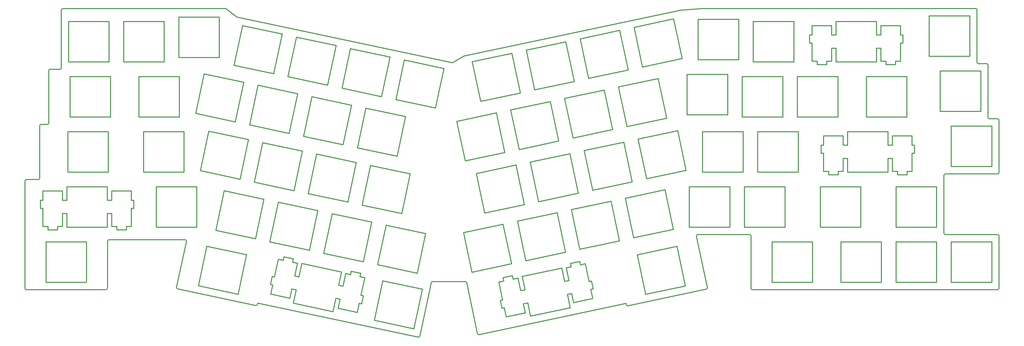
<source format=gbr>
%TF.GenerationSoftware,KiCad,Pcbnew,(6.0.1)*%
%TF.CreationDate,2022-05-08T22:21:04+09:00*%
%TF.ProjectId,skeleton68-plate,736b656c-6574-46f6-9e36-382d706c6174,rev?*%
%TF.SameCoordinates,Original*%
%TF.FileFunction,Profile,NP*%
%FSLAX46Y46*%
G04 Gerber Fmt 4.6, Leading zero omitted, Abs format (unit mm)*
G04 Created by KiCad (PCBNEW (6.0.1)) date 2022-05-08 22:21:04*
%MOMM*%
%LPD*%
G01*
G04 APERTURE LIST*
%TA.AperFunction,Profile*%
%ADD10C,0.350000*%
%TD*%
%ADD11C,0.350000*%
G04 APERTURE END LIST*
D10*
X281275920Y-94211704D02*
X267580920Y-97123704D01*
X284184920Y-107906804D02*
X281275920Y-94211704D01*
X270490920Y-110817304D02*
X284184920Y-107906804D01*
X267580920Y-97123704D02*
X270490920Y-110817304D01*
X262641920Y-98173704D02*
X248946920Y-101083704D01*
X265551920Y-111867504D02*
X262641920Y-98173704D01*
X251858920Y-114777904D02*
X265551920Y-111867504D01*
X248946920Y-101083704D02*
X251858920Y-114777904D01*
X244006920Y-102132704D02*
X230312920Y-105044804D01*
X246918920Y-115827804D02*
X244006920Y-102132704D01*
X233223920Y-118738204D02*
X246918920Y-115827804D01*
X230312920Y-105044804D02*
X233223920Y-118738204D01*
X225372920Y-106095004D02*
X211679920Y-109005404D01*
X228284920Y-119788404D02*
X225372920Y-106095004D01*
X214589920Y-122700204D02*
X228284920Y-119788404D01*
X211679920Y-109005404D02*
X214589920Y-122700204D01*
X275917920Y-114826204D02*
X262224920Y-117737704D01*
X278829920Y-128521104D02*
X275917920Y-114826204D01*
X265134920Y-131431504D02*
X278829920Y-128521104D01*
X262224920Y-117737704D02*
X265134920Y-131431504D01*
X257285920Y-118787904D02*
X243591920Y-121696904D01*
X260195920Y-132481304D02*
X257285920Y-118787904D01*
X246500920Y-135391804D02*
X260195920Y-132481304D01*
X243591920Y-121696904D02*
X246500920Y-135391804D01*
X238651920Y-122747104D02*
X224956920Y-125659004D01*
X241561920Y-136442004D02*
X238651920Y-122747104D01*
X227868920Y-139352404D02*
X241561920Y-136442004D01*
X224956920Y-125659004D02*
X227868920Y-139352404D01*
X220017920Y-126708804D02*
X206322920Y-129619304D01*
X222927920Y-140402604D02*
X220017920Y-126708804D01*
X209234920Y-143314104D02*
X222927920Y-140402604D01*
X206322920Y-129619304D02*
X209234920Y-143314104D01*
X282674920Y-132864504D02*
X268980920Y-135776304D01*
X285584920Y-146561104D02*
X282674920Y-132864504D01*
X271890920Y-149470104D02*
X285584920Y-146561104D01*
X268980920Y-135776304D02*
X271890920Y-149470104D01*
X264040920Y-136826504D02*
X250345920Y-139738304D01*
X266950920Y-150519904D02*
X264040920Y-136826504D01*
X253257920Y-153431804D02*
X266950920Y-150519904D01*
X250345920Y-139738304D02*
X253257920Y-153431804D01*
X245406920Y-140788204D02*
X231713920Y-143698604D01*
X248318920Y-154482004D02*
X245406920Y-140788204D01*
X234623920Y-157392404D02*
X248318920Y-154482004D01*
X231713920Y-143698604D02*
X234623920Y-157392404D01*
X226772920Y-144748804D02*
X213079920Y-147659204D01*
X229684920Y-158442304D02*
X226772920Y-144748804D01*
X215989920Y-161352704D02*
X229684920Y-158442304D01*
X213079920Y-147659204D02*
X215989920Y-161352704D01*
X278249920Y-153282904D02*
X264555920Y-156191904D01*
X281161920Y-166976704D02*
X278249920Y-153282904D01*
X267466920Y-169887004D02*
X281161920Y-166976704D01*
X264555920Y-156191904D02*
X267466920Y-169887004D01*
X259615920Y-157242104D02*
X245921920Y-160153904D01*
X262527920Y-170937004D02*
X259615920Y-157242104D01*
X248832920Y-173847504D02*
X262527920Y-170937004D01*
X245921920Y-160153904D02*
X248832920Y-173847504D01*
X240981920Y-161203804D02*
X227288920Y-164114204D01*
X243893920Y-174897504D02*
X240981920Y-161203804D01*
X230198920Y-177809304D02*
X243893920Y-174897504D01*
X227288920Y-164114204D02*
X230198920Y-177809304D01*
X222349920Y-165164404D02*
X208655920Y-168074904D01*
X225259920Y-178858004D02*
X222349920Y-165164404D01*
X211564920Y-181768404D02*
X225259920Y-178858004D01*
X208655920Y-168074904D02*
X211564920Y-181768404D01*
X282409920Y-172847004D02*
X268714920Y-175758804D01*
X285318920Y-186542004D02*
X282409920Y-172847004D01*
X271624920Y-189452404D02*
X285318920Y-186542004D01*
X268714920Y-175758804D02*
X271624920Y-189452404D01*
X223429583Y-197246098D02*
X230031583Y-195841898D01*
X222758583Y-194086298D02*
X223429583Y-197246098D01*
X221950583Y-194258498D02*
X222758583Y-194086298D01*
X221369583Y-191518998D02*
X221950583Y-194258498D01*
X222176583Y-191348098D02*
X221369583Y-191518998D01*
X220871583Y-185215798D02*
X222176583Y-191348098D01*
X222559583Y-184856198D02*
X220871583Y-185215798D01*
X222310583Y-183682098D02*
X222559583Y-184856198D01*
X225537583Y-182995818D02*
X222310583Y-183682098D01*
X225787583Y-184169898D02*
X225537583Y-182995818D01*
X227475583Y-183811598D02*
X225787583Y-184169898D01*
X228403583Y-188184098D02*
X227475583Y-183811598D01*
X229895583Y-187867198D02*
X228403583Y-188184098D01*
X228917583Y-183270028D02*
X229895583Y-187867198D01*
X242611583Y-180358238D02*
X228917583Y-183270028D01*
X243588583Y-184956798D02*
X242611583Y-180358238D01*
X245080583Y-184639798D02*
X243588583Y-184956798D01*
X244152583Y-180265918D02*
X245080583Y-184639798D01*
X245838583Y-179909008D02*
X244152583Y-180265918D01*
X245589583Y-178734898D02*
X245838583Y-179909008D01*
X248818583Y-178048638D02*
X245589583Y-178734898D01*
X249067583Y-179224128D02*
X248818583Y-178048638D01*
X250754583Y-178863058D02*
X249067583Y-179224128D01*
X252058583Y-184996698D02*
X250754583Y-178863058D01*
X252865583Y-184824498D02*
X252058583Y-184996698D01*
X253446583Y-187563998D02*
X252865583Y-184824498D01*
X252639583Y-187734898D02*
X253446583Y-187563998D01*
X253311583Y-190894698D02*
X252639583Y-187734898D01*
X246708583Y-192298998D02*
X253311583Y-190894698D01*
X246038583Y-189139098D02*
X246708583Y-192298998D01*
X244546583Y-189456098D02*
X246038583Y-189139098D01*
X245523583Y-194051798D02*
X244546583Y-189456098D01*
X231828583Y-196963598D02*
X245523583Y-194051798D01*
X230851583Y-192366498D02*
X231828583Y-196963598D01*
X229360583Y-192683398D02*
X230851583Y-192366498D01*
X230031583Y-195841898D02*
X229360583Y-192683398D01*
X132290095Y-96537005D02*
X129378295Y-110230505D01*
X145983095Y-99447005D02*
X132290095Y-96537005D01*
X143073095Y-113142305D02*
X145983095Y-99447005D01*
X129378295Y-110230505D02*
X143073095Y-113142305D01*
X150922095Y-100497005D02*
X148012095Y-114192205D01*
X164616095Y-103408005D02*
X150922095Y-100497005D01*
X161707095Y-117101205D02*
X164616095Y-103408005D01*
X148012095Y-114192205D02*
X161707095Y-117101205D01*
X169556095Y-104458005D02*
X166646095Y-118151405D01*
X183250095Y-107368405D02*
X169556095Y-104458005D01*
X180339095Y-121063305D02*
X183250095Y-107368405D01*
X166646095Y-118151405D02*
X180339095Y-121063305D01*
X188190095Y-108418305D02*
X185280095Y-122113505D01*
X201885095Y-111330105D02*
X188190095Y-108418305D01*
X198973095Y-125023905D02*
X201885095Y-111330105D01*
X185280095Y-122113505D02*
X198973095Y-125023905D01*
X119011195Y-113190705D02*
X116100795Y-126884105D01*
X132706395Y-116101105D02*
X119011195Y-113190705D01*
X129794495Y-129794505D02*
X132706395Y-116101105D01*
X116100795Y-126884105D02*
X129794495Y-129794505D01*
X137645095Y-117150905D02*
X134734795Y-130844705D01*
X151340095Y-120061405D02*
X137645095Y-117150905D01*
X148428095Y-133755105D02*
X151340095Y-120061405D01*
X134734795Y-130844705D02*
X148428095Y-133755105D01*
X156279095Y-121111605D02*
X153368095Y-134806405D01*
X169972095Y-124022005D02*
X156279095Y-121111605D01*
X167062095Y-137715405D02*
X169972095Y-124022005D01*
X153368095Y-134806405D02*
X167062095Y-137715405D01*
X174913095Y-125071905D02*
X172001095Y-138765605D01*
X188606095Y-127982305D02*
X174913095Y-125071905D01*
X185696095Y-141677505D02*
X188606095Y-127982305D01*
X172001095Y-138765605D02*
X185696095Y-141677505D01*
X120640295Y-133012205D02*
X117730995Y-146705605D01*
X134335195Y-135922605D02*
X120640295Y-133012205D01*
X131424695Y-149617405D02*
X134335195Y-135922605D01*
X117730995Y-146705605D02*
X131424695Y-149617405D01*
X139274095Y-136972805D02*
X136363595Y-150666205D01*
X152969095Y-139884705D02*
X139274095Y-136972805D01*
X150057095Y-153578105D02*
X152969095Y-139884705D01*
X136363595Y-150666205D02*
X150057095Y-153578105D01*
X157909095Y-140934505D02*
X154997095Y-154627905D01*
X171603095Y-143843505D02*
X157909095Y-140934505D01*
X168691095Y-157538405D02*
X171603095Y-143843505D01*
X154997095Y-154627905D02*
X168691095Y-157538405D01*
X176542095Y-144893705D02*
X173631095Y-158588605D01*
X190237095Y-147805605D02*
X176542095Y-144893705D01*
X187326095Y-161499005D02*
X190237095Y-147805605D01*
X173631095Y-158588605D02*
X187326095Y-161499005D01*
X125996495Y-153626405D02*
X123086095Y-167319805D01*
X139691095Y-156536805D02*
X125996495Y-153626405D01*
X136780995Y-170230305D02*
X139691095Y-156536805D01*
X123086095Y-167319805D02*
X136780995Y-170230305D01*
X144630095Y-157586705D02*
X141720095Y-171280305D01*
X158324095Y-160498505D02*
X144630095Y-157586705D01*
X155415095Y-174192105D02*
X158324095Y-160498505D01*
X141720095Y-171280305D02*
X155415095Y-174192105D01*
X163264095Y-161547305D02*
X160354095Y-175242205D01*
X176959095Y-164457705D02*
X163264095Y-161547305D01*
X174047095Y-178152605D02*
X176959095Y-164457705D01*
X160354095Y-175242205D02*
X174047095Y-178152605D01*
X181898095Y-165507605D02*
X178988095Y-179201305D01*
X195593095Y-168419405D02*
X181898095Y-165507605D01*
X192681095Y-182113105D02*
X195593095Y-168419405D01*
X178988095Y-179201305D02*
X192681095Y-182113105D01*
X119974595Y-172794805D02*
X117064195Y-186489705D01*
X133668095Y-175706605D02*
X119974595Y-172794805D01*
X130758995Y-189400205D02*
X133668095Y-175706605D01*
X117064195Y-186489705D02*
X130758995Y-189400205D01*
X146576095Y-176483805D02*
X146328095Y-177657905D01*
X149805095Y-177171405D02*
X146576095Y-176483805D01*
X149555095Y-178344205D02*
X149805095Y-177171405D01*
X151242095Y-178702505D02*
X149555095Y-178344205D01*
X150313095Y-183075005D02*
X151242095Y-178702505D01*
X151804095Y-183391905D02*
X150313095Y-183075005D01*
X152781095Y-178794805D02*
X151804095Y-183391905D01*
X166475095Y-181706605D02*
X152781095Y-178794805D01*
X165498095Y-186302305D02*
X166475095Y-181706605D01*
X166990095Y-186619305D02*
X165498095Y-186302305D01*
X167919095Y-182248105D02*
X166990095Y-186619305D01*
X169607095Y-182606405D02*
X167919095Y-182248105D01*
X169857095Y-181432305D02*
X169607095Y-182606405D01*
X173084095Y-182118605D02*
X169857095Y-181432305D01*
X172836095Y-183292705D02*
X173084095Y-182118605D01*
X174523095Y-183651005D02*
X172836095Y-183292705D01*
X173219095Y-189783205D02*
X174523095Y-183651005D01*
X174025095Y-189955505D02*
X173219095Y-189783205D01*
X173444095Y-192695005D02*
X174025095Y-189955505D01*
X172636095Y-192522805D02*
X173444095Y-192695005D01*
X171965095Y-195681265D02*
X172636095Y-192522805D01*
X165363095Y-194278405D02*
X171965095Y-195681265D01*
X166034095Y-191119905D02*
X165363095Y-194278405D01*
X164543095Y-190803005D02*
X166034095Y-191119905D01*
X163566095Y-195400135D02*
X164543095Y-190803005D01*
X149871095Y-192488305D02*
X163566095Y-195400135D01*
X150848095Y-187892605D02*
X149871095Y-192488305D01*
X149357095Y-187574205D02*
X150848095Y-187892605D01*
X148686095Y-190734105D02*
X149357095Y-187574205D01*
X142082095Y-189331305D02*
X148686095Y-190734105D01*
X142755095Y-186171405D02*
X142082095Y-189331305D01*
X141947095Y-186000505D02*
X142755095Y-186171405D01*
X142529095Y-183261005D02*
X141947095Y-186000505D01*
X143337095Y-183433205D02*
X142529095Y-183261005D01*
X144640095Y-177299605D02*
X143337095Y-183433205D01*
X146328095Y-177657905D02*
X144640095Y-177299605D01*
X180732095Y-184735505D02*
X177822095Y-198429085D01*
X194427095Y-187647305D02*
X180732095Y-184735505D01*
X191515095Y-201340875D02*
X194427095Y-187647305D01*
X177822095Y-198429085D02*
X191515095Y-201340875D01*
X369556650Y-107165396D02*
X369556650Y-93164196D01*
X383557650Y-107165396D02*
X369556650Y-107165396D01*
X383557650Y-93164196D02*
X383557650Y-107165396D01*
X369556650Y-93164196D02*
X383557650Y-93164196D01*
X110287050Y-107545696D02*
X110287050Y-93546196D01*
X124286350Y-107545696D02*
X110287050Y-107545696D01*
X124286350Y-93546196D02*
X124286350Y-107545696D01*
X110287050Y-93546196D02*
X124286350Y-93546196D01*
X289736650Y-108307696D02*
X289736650Y-94308196D01*
X303738650Y-108307696D02*
X289736650Y-108307696D01*
X303738650Y-94308196D02*
X303738650Y-108307696D01*
X289736650Y-94308196D02*
X303738650Y-94308196D01*
X308787650Y-109069696D02*
X308787650Y-95070196D01*
X322788650Y-109069696D02*
X308787650Y-109069696D01*
X322788650Y-95070196D02*
X322788650Y-109069696D01*
X308787650Y-95070196D02*
X322788650Y-95070196D01*
X91235650Y-109069696D02*
X91235650Y-95070196D01*
X105236350Y-109069696D02*
X91235650Y-109069696D01*
X105236350Y-95070196D02*
X105236350Y-109069696D01*
X91235650Y-95070196D02*
X105236350Y-95070196D01*
X72187050Y-109069696D02*
X72187050Y-95070196D01*
X86186350Y-109069696D02*
X72187050Y-109069696D01*
X86186350Y-95070196D02*
X86186350Y-109069696D01*
X72187050Y-95070196D02*
X86186350Y-95070196D01*
X351363650Y-95070196D02*
X337362650Y-95070196D01*
X351363650Y-99771196D02*
X351363650Y-95070196D01*
X352886650Y-99771196D02*
X351363650Y-99771196D01*
X352886650Y-96541196D02*
X352886650Y-99771196D01*
X359637650Y-96541196D02*
X352886650Y-96541196D01*
X359637650Y-99771196D02*
X359637650Y-96541196D01*
X360462650Y-99771196D02*
X359637650Y-99771196D01*
X360462650Y-102570196D02*
X360462650Y-99771196D01*
X359637650Y-102570196D02*
X360462650Y-102570196D01*
X359637650Y-108839596D02*
X359637650Y-102570196D01*
X357913650Y-108839596D02*
X359637650Y-108839596D01*
X357913650Y-110039796D02*
X357913650Y-108839596D01*
X354613650Y-110039796D02*
X357913650Y-110039796D01*
X354613650Y-108839596D02*
X354613650Y-110039796D01*
X352886650Y-108839596D02*
X354613650Y-108839596D01*
X352886650Y-104370696D02*
X352886650Y-108839596D01*
X351363650Y-104370696D02*
X352886650Y-104370696D01*
X351363650Y-109069696D02*
X351363650Y-104370696D01*
X337362650Y-109069696D02*
X351363650Y-109069696D01*
X337362650Y-104370696D02*
X337362650Y-109069696D01*
X335838650Y-104370696D02*
X337362650Y-104370696D01*
X335838650Y-108839596D02*
X335838650Y-104370696D01*
X334113650Y-108839596D02*
X335838650Y-108839596D01*
X334113650Y-110039796D02*
X334113650Y-108839596D01*
X330812650Y-110039796D02*
X334113650Y-110039796D01*
X330812650Y-108839596D02*
X330812650Y-110039796D01*
X329087650Y-108839596D02*
X330812650Y-108839596D01*
X329087650Y-102570196D02*
X329087650Y-108839596D01*
X328262650Y-102570196D02*
X329087650Y-102570196D01*
X328262650Y-99771196D02*
X328262650Y-102570196D01*
X329087650Y-99771196D02*
X328262650Y-99771196D01*
X329087650Y-96541196D02*
X329087650Y-99771196D01*
X335838650Y-96541196D02*
X329087650Y-96541196D01*
X335838650Y-99771196D02*
X335838650Y-96541196D01*
X337362650Y-99771196D02*
X335838650Y-99771196D01*
X337362650Y-95070196D02*
X337362650Y-99771196D01*
X373366650Y-126215396D02*
X373366650Y-112214296D01*
X387367650Y-126215396D02*
X373366650Y-126215396D01*
X387367650Y-112214296D02*
X387367650Y-126215396D01*
X373366650Y-112214296D02*
X387367650Y-112214296D01*
X285927650Y-127357696D02*
X285927650Y-113358396D01*
X299928650Y-127357696D02*
X285927650Y-127357696D01*
X299928650Y-113358396D02*
X299928650Y-127357696D01*
X285927650Y-113358396D02*
X299928650Y-113358396D01*
X347840650Y-128119696D02*
X347840650Y-114120396D01*
X361839650Y-128119696D02*
X347840650Y-128119696D01*
X361839650Y-114120396D02*
X361839650Y-128119696D01*
X347840650Y-114120396D02*
X361839650Y-114120396D01*
X324027650Y-128119696D02*
X324027650Y-114120396D01*
X338028650Y-128119696D02*
X324027650Y-128119696D01*
X338028650Y-114120396D02*
X338028650Y-128119696D01*
X324027650Y-114120396D02*
X338028650Y-114120396D01*
X304977650Y-128119696D02*
X304977650Y-114120396D01*
X318978650Y-128119696D02*
X304977650Y-128119696D01*
X318978650Y-114120396D02*
X318978650Y-128119696D01*
X304977650Y-114120396D02*
X318978650Y-114120396D01*
X96473650Y-128119696D02*
X96473650Y-114120396D01*
X110475750Y-128119696D02*
X96473650Y-128119696D01*
X110475750Y-114120396D02*
X110475750Y-128119696D01*
X96473650Y-114120396D02*
X110475750Y-114120396D01*
X72663650Y-128119696D02*
X72663650Y-114120396D01*
X86663250Y-128119696D02*
X72663650Y-128119696D01*
X86663250Y-114120396D02*
X86663250Y-128119696D01*
X72663650Y-114120396D02*
X86663250Y-114120396D01*
X377177650Y-145265396D02*
X377177650Y-131264296D01*
X391177650Y-145265396D02*
X377177650Y-145265396D01*
X391177650Y-131264296D02*
X391177650Y-145265396D01*
X377177650Y-131264296D02*
X391177650Y-131264296D01*
X310311650Y-147169696D02*
X310311650Y-133170396D01*
X324311650Y-147169696D02*
X310311650Y-147169696D01*
X324311650Y-133170396D02*
X324311650Y-147169696D01*
X310311650Y-133170396D02*
X324311650Y-133170396D01*
X291261650Y-147169696D02*
X291261650Y-133170396D01*
X305261650Y-147169696D02*
X291261650Y-147169696D01*
X305261650Y-133170396D02*
X305261650Y-147169696D01*
X291261650Y-133170396D02*
X305261650Y-133170396D01*
X98095350Y-147169696D02*
X98095350Y-133170396D01*
X112095050Y-147169696D02*
X98095350Y-147169696D01*
X112095050Y-133170396D02*
X112095050Y-147169696D01*
X98095350Y-133170396D02*
X112095050Y-133170396D01*
X71901650Y-147169696D02*
X71901650Y-133170396D01*
X85901250Y-147169696D02*
X71901650Y-147169696D01*
X85901250Y-133170396D02*
X85901250Y-147169696D01*
X71901650Y-133170396D02*
X85901250Y-133170396D01*
X355341602Y-133170392D02*
X341342602Y-133170392D01*
X355341602Y-137870792D02*
X355341602Y-133170392D01*
X356867602Y-137870792D02*
X355341602Y-137870792D01*
X356867602Y-134640692D02*
X356867602Y-137870792D01*
X363616602Y-134640692D02*
X356867602Y-134640692D01*
X363616602Y-137870792D02*
X363616602Y-134640692D01*
X364442602Y-137870792D02*
X363616602Y-137870792D01*
X364442602Y-140669692D02*
X364442602Y-137870792D01*
X363616602Y-140669692D02*
X364442602Y-140669692D01*
X363616602Y-146939592D02*
X363616602Y-140669692D01*
X361891602Y-146939592D02*
X363616602Y-146939592D01*
X361891602Y-148139792D02*
X361891602Y-146939592D01*
X358592602Y-148139792D02*
X361891602Y-148139792D01*
X358592602Y-146939592D02*
X358592602Y-148139792D01*
X356867602Y-146939592D02*
X358592602Y-146939592D01*
X356867602Y-142470692D02*
X356867602Y-146939592D01*
X355341602Y-142470692D02*
X356867602Y-142470692D01*
X355341602Y-147169692D02*
X355341602Y-142470692D01*
X341342602Y-147169692D02*
X355341602Y-147169692D01*
X341342602Y-142470692D02*
X341342602Y-147169692D01*
X339816602Y-142470692D02*
X341342602Y-142470692D01*
X339816602Y-146939592D02*
X339816602Y-142470692D01*
X338092602Y-146939592D02*
X339816602Y-146939592D01*
X338092602Y-148139792D02*
X338092602Y-146939592D01*
X334792602Y-148139792D02*
X338092602Y-148139792D01*
X334792602Y-146939592D02*
X334792602Y-148139792D01*
X333067602Y-146939592D02*
X334792602Y-146939592D01*
X333067602Y-140669692D02*
X333067602Y-146939592D01*
X332241602Y-140669692D02*
X333067602Y-140669692D01*
X332241602Y-137870792D02*
X332241602Y-140669692D01*
X333067602Y-137870792D02*
X332241602Y-137870792D01*
X333067602Y-134640692D02*
X333067602Y-137870792D01*
X339816602Y-134640692D02*
X333067602Y-134640692D01*
X339816602Y-137870792D02*
X339816602Y-134640692D01*
X341342602Y-137870792D02*
X339816602Y-137870792D01*
X341342602Y-133170392D02*
X341342602Y-137870792D01*
X358127650Y-166219696D02*
X358127650Y-152220396D01*
X372126650Y-166219696D02*
X358127650Y-166219696D01*
X372126650Y-152220396D02*
X372126650Y-166219696D01*
X358127650Y-152220396D02*
X372126650Y-152220396D01*
X331933650Y-166219696D02*
X331933650Y-152220396D01*
X345932650Y-166219696D02*
X331933650Y-166219696D01*
X345932650Y-152220396D02*
X345932650Y-166219696D01*
X331933650Y-152220396D02*
X345932650Y-152220396D01*
X305739650Y-166219696D02*
X305739650Y-152220396D01*
X319740650Y-166219696D02*
X305739650Y-166219696D01*
X319740650Y-152220396D02*
X319740650Y-166219696D01*
X305739650Y-152220396D02*
X319740650Y-152220396D01*
X286689650Y-166219696D02*
X286689650Y-152220396D01*
X300690650Y-166219696D02*
X286689650Y-166219696D01*
X300690650Y-152220396D02*
X300690650Y-166219696D01*
X286689650Y-152220396D02*
X300690650Y-152220396D01*
X102476150Y-166219696D02*
X102476150Y-152220396D01*
X116475850Y-166219696D02*
X102476150Y-166219696D01*
X116475850Y-152220396D02*
X116475850Y-166219696D01*
X102476150Y-152220396D02*
X116475850Y-152220396D01*
X71594450Y-152220300D02*
X85593600Y-152220300D01*
X71594450Y-156920700D02*
X71594450Y-152220300D01*
X70069050Y-156920700D02*
X71594450Y-156920700D01*
X70069300Y-153690600D02*
X70069050Y-156920700D01*
X63318050Y-153690600D02*
X70069300Y-153690600D01*
X63318050Y-156920700D02*
X63318050Y-153690600D01*
X62495350Y-156920700D02*
X63318050Y-156920700D01*
X62495350Y-159719600D02*
X62495350Y-156920700D01*
X63318050Y-159719600D02*
X62495350Y-159719600D01*
X63318050Y-165989500D02*
X63318050Y-159719600D01*
X65044650Y-165989500D02*
X63318050Y-165989500D01*
X65044650Y-167189700D02*
X65044650Y-165989500D01*
X68345050Y-167189700D02*
X65044650Y-167189700D01*
X68345050Y-165989500D02*
X68345050Y-167189700D01*
X70069050Y-165989500D02*
X68345050Y-165989500D01*
X70069050Y-161519100D02*
X70069050Y-165989500D01*
X71594450Y-161519100D02*
X70069050Y-161519100D01*
X71594450Y-166219600D02*
X71594450Y-161519100D01*
X85594050Y-166219600D02*
X71594450Y-166219600D01*
X85594050Y-161519100D02*
X85594050Y-166219600D01*
X87119450Y-161519100D02*
X85594050Y-161519100D01*
X87119450Y-165989500D02*
X87119450Y-161519100D01*
X88844950Y-165989500D02*
X87119450Y-165989500D01*
X88844950Y-167189700D02*
X88844950Y-165989500D01*
X92145150Y-167189700D02*
X88844950Y-167189700D01*
X92145150Y-165989500D02*
X92145150Y-167189700D01*
X93869150Y-165989500D02*
X92145150Y-165989500D01*
X93869150Y-159719600D02*
X93869150Y-165989500D01*
X94694650Y-159719600D02*
X93869150Y-159719600D01*
X94694650Y-156920700D02*
X94694650Y-159719600D01*
X93869150Y-156920700D02*
X94694650Y-156920700D01*
X93869150Y-153690600D02*
X93869150Y-156920700D01*
X87119450Y-153690600D02*
X93869150Y-153690600D01*
X87119450Y-156920700D02*
X87119450Y-153690600D01*
X85594050Y-156920700D02*
X87119450Y-156920700D01*
X85593600Y-156920700D02*
X85594050Y-156920700D01*
X85593600Y-152220300D02*
X85593600Y-156920700D01*
X377177650Y-185269796D02*
X377177650Y-171268896D01*
X391177650Y-185269796D02*
X377177650Y-185269796D01*
X391177650Y-171268896D02*
X391177650Y-185269796D01*
X377177650Y-171268896D02*
X391177650Y-171268896D01*
X358127650Y-185269796D02*
X358127650Y-171268896D01*
X372126650Y-185269796D02*
X358127650Y-185269796D01*
X372126650Y-171268896D02*
X372126650Y-185269796D01*
X358127650Y-171268896D02*
X372126650Y-171268896D01*
X339077650Y-185269796D02*
X339077650Y-171268896D01*
X353076650Y-185269796D02*
X339077650Y-185269796D01*
X353076650Y-171268896D02*
X353076650Y-185269796D01*
X339077650Y-171268896D02*
X353076650Y-171268896D01*
X315264650Y-185269796D02*
X315264650Y-171268896D01*
X329265650Y-185269796D02*
X315264650Y-185269796D01*
X329265650Y-171268896D02*
X329265650Y-185269796D01*
X315264650Y-171268896D02*
X329265650Y-171268896D01*
X64376250Y-185269796D02*
X64376250Y-171268896D01*
X78375850Y-185269796D02*
X64376250Y-185269796D01*
X78375850Y-171268896D02*
X78375850Y-185269796D01*
X64376250Y-171268896D02*
X78375850Y-171268896D01*
D11*
X393698320Y-169240380D02*
X393568417Y-168904193D01*
X393249427Y-168742970D01*
X393198308Y-168740389D01*
X393708268Y-187310380D02*
X393698320Y-169240380D01*
X393208299Y-187810392D02*
X393544483Y-187680480D01*
X393705687Y-187361498D01*
X393708268Y-187310380D01*
X308468316Y-187800380D02*
X393208299Y-187810392D01*
X307968325Y-187300389D02*
X308098210Y-187636575D01*
X308417193Y-187797798D01*
X308468316Y-187800380D01*
X307968325Y-169250380D02*
X307968325Y-187300389D01*
X307468325Y-168750380D02*
X307804513Y-168880271D01*
X307965743Y-169199257D01*
X307968325Y-169250380D01*
X289595817Y-168750380D02*
X307468325Y-168750380D01*
X289106749Y-169354363D02*
X289161416Y-169002669D01*
X289453523Y-168770787D01*
X289595817Y-168750380D01*
X292888324Y-187140386D02*
X289106749Y-169354363D01*
X292388333Y-187640377D02*
X292724519Y-187510491D01*
X292885742Y-187191508D01*
X292888324Y-187140386D01*
X265401888Y-193386839D02*
X292388333Y-187640377D01*
X264901875Y-192886827D02*
X265031770Y-193223022D01*
X265350765Y-193384257D01*
X265401888Y-193386839D01*
X264808320Y-192530389D02*
X264901875Y-192886827D01*
X213958344Y-203350378D02*
X264808320Y-192530389D01*
X213458332Y-202850387D02*
X213588227Y-203186573D01*
X213907221Y-203347796D01*
X213958344Y-203350378D01*
X209762325Y-185426298D02*
X213458332Y-202850387D01*
X209273620Y-185030050D02*
X209604060Y-185155165D01*
X209762325Y-185426298D01*
X197963646Y-185020726D02*
X209273620Y-185030050D01*
X197474142Y-185416853D02*
X197665229Y-185119235D01*
X197963646Y-185020726D01*
X193578343Y-203760388D02*
X197474142Y-185416853D01*
X193078331Y-204260379D02*
X193414526Y-204130493D01*
X193575761Y-203811510D01*
X193578343Y-203760388D01*
X137568347Y-192450376D02*
X193078331Y-204260379D01*
X137484782Y-192816827D02*
X137568347Y-192450376D01*
X136984791Y-193316839D02*
X137320977Y-193186943D01*
X137482200Y-192867949D01*
X137484782Y-192816827D01*
X109978343Y-187560386D02*
X136984791Y-193316839D01*
X109478352Y-187060395D02*
X109608237Y-187396581D01*
X109927220Y-187557804D01*
X109978343Y-187560386D01*
X112888935Y-171125027D02*
X109478352Y-187060395D01*
X112400008Y-170520384D02*
X112732850Y-170647181D01*
X112898752Y-170981496D01*
X112888935Y-171125027D01*
X86158639Y-170520384D02*
X112400008Y-170520384D01*
X85658639Y-171020682D02*
X85788423Y-170684312D01*
X86107495Y-170522967D01*
X86158639Y-170520384D01*
X85668350Y-187290377D02*
X85658639Y-171020682D01*
X85168359Y-187790389D02*
X85504545Y-187660493D01*
X85665768Y-187341499D01*
X85668350Y-187290377D01*
X57588345Y-187800380D02*
X85168359Y-187790389D01*
X57088354Y-187300389D02*
X57218247Y-187636575D01*
X57537226Y-187797798D01*
X57588345Y-187800380D01*
X57158354Y-150210383D02*
X57088354Y-187300389D01*
X57658345Y-149710392D02*
X57322167Y-149840277D01*
X57160935Y-150159260D01*
X57158354Y-150210383D01*
X61727258Y-149719285D02*
X57658345Y-149710392D01*
X62228351Y-149219286D02*
X62098113Y-149555855D01*
X61778462Y-149716807D01*
X61727258Y-149719285D01*
X62228351Y-131140389D02*
X62228351Y-149219286D01*
X62728351Y-130640389D02*
X62392162Y-130770280D01*
X62230932Y-131089266D01*
X62228351Y-131140389D01*
X64878072Y-130640389D02*
X62728351Y-130640389D01*
X65378072Y-130140120D02*
X65248277Y-130476472D01*
X64929213Y-130637805D01*
X64878072Y-130640389D01*
X65368361Y-112090402D02*
X65378072Y-130140120D01*
X65868352Y-111590389D02*
X65532165Y-111720284D01*
X65370942Y-112039279D01*
X65368361Y-112090402D01*
X69158345Y-111590389D02*
X65868352Y-111590389D01*
X69658345Y-111090389D02*
X69528453Y-111426577D01*
X69209467Y-111587807D01*
X69158345Y-111590389D01*
X69658345Y-91140398D02*
X69658345Y-111090389D01*
X70158345Y-90640398D02*
X69822156Y-90770288D01*
X69660926Y-91089275D01*
X69658345Y-91140398D01*
X126333627Y-90640398D02*
X70158345Y-90640398D01*
X126634920Y-90741371D02*
X126333627Y-90640398D01*
X130255339Y-93475039D02*
X126634920Y-90741371D01*
X130452676Y-93565085D02*
X130255339Y-93475039D01*
X204685709Y-109343902D02*
X130452676Y-93565085D01*
X205048169Y-109282818D02*
X204697367Y-109346235D01*
X204685709Y-109343902D01*
X208609881Y-107131558D02*
X205048169Y-109282818D01*
X208764429Y-107070475D02*
X208609881Y-107131558D01*
X283184235Y-91251953D02*
X208764429Y-107070475D01*
X283250387Y-91242458D02*
X283184235Y-91251953D01*
X291171533Y-90641829D02*
X283250387Y-91242458D01*
X291209338Y-90640398D02*
X291171533Y-90641829D01*
X385578329Y-90640398D02*
X291209338Y-90640398D01*
X386078329Y-91140398D02*
X385948437Y-90804209D01*
X385629451Y-90642979D01*
X385578329Y-90640398D01*
X386078329Y-109190398D02*
X386078329Y-91140398D01*
X386578329Y-109690398D02*
X386242140Y-109560506D01*
X386080910Y-109241520D01*
X386078329Y-109190398D01*
X389388291Y-109690398D02*
X386578329Y-109690398D01*
X389888303Y-110190389D02*
X389758400Y-109854211D01*
X389439410Y-109692979D01*
X389388291Y-109690398D01*
X389898036Y-128240667D02*
X389888303Y-110190389D01*
X390398036Y-128740398D02*
X390061940Y-128610592D01*
X389900642Y-128291768D01*
X389898036Y-128240667D01*
X393208299Y-128740398D02*
X390398036Y-128740398D01*
X393708268Y-129240389D02*
X393578399Y-128904218D01*
X393259424Y-128742982D01*
X393208299Y-128740398D01*
X393698320Y-147290385D02*
X393708268Y-129240389D01*
X393198308Y-147790398D02*
X393534494Y-147660502D01*
X393695738Y-147341507D01*
X393698320Y-147290385D01*
X375148633Y-147780665D02*
X393198308Y-147790398D01*
X374648363Y-148280665D02*
X374778339Y-147944382D01*
X375097490Y-147783220D01*
X375148633Y-147780665D01*
X374648363Y-168240389D02*
X374648363Y-148280665D01*
X375148363Y-168740389D02*
X374812174Y-168610498D01*
X374650944Y-168291511D01*
X374648363Y-168240389D01*
X393198308Y-168740389D02*
X375148363Y-168740389D01*
M02*

</source>
